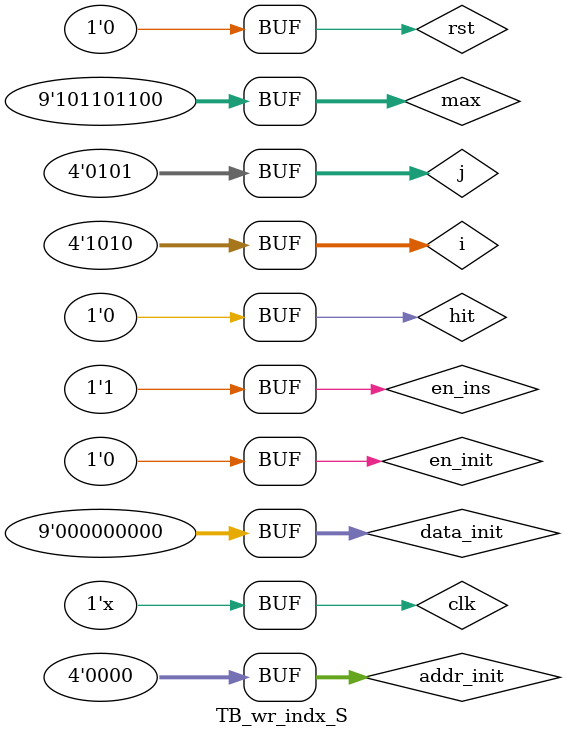
<source format=v>
`include "/c:.../Writing_index_score.v"

module TB_wr_indx_S();

    parameter N = 5;
    parameter BitAddr = $clog2(N);
    parameter addr_lenght = (((N+1)*(N+1))-1);
    
     reg clk, rst;
     reg en_ins, en_init,hit;
     reg [BitAddr:0] i, j, addr_init;
     reg [8:0] max, data_init;
     wire [addr_lenght:0] addr_out;
     wire [8:0] data_out;

wr_indx indx(
    .clk(clk),
    .rst(rst),
    .en_ins(en_ins),
    .en_init(en_init),
    .hit(hit),
    .i(i),
    .j(j),
    .addr_init(addr_init),
    .max(max),
    .data_init(data_init),
    .addr_out(addr_out),
    .data_out(data_out)
);

always #2 clk=!clk;
initial begin 
rst=1;
#4 rst=0;
clk=0;
en_init=1;
en_ins=0;
i=000;
j=000;
addr_init=011;
max=000000000;
data_init=001010110;
hit=0;
#8 hit=1;
#8 hit=0;
en_init=0;
en_ins=1;
i=010;
j=101;
addr_init=000;
max=010101100;
data_init=00000000;
end




endmodule

</source>
